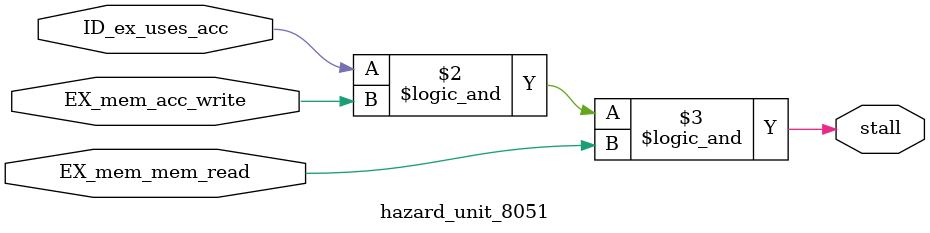
<source format=v>
module hazard_unit_8051(
  input        ID_ex_uses_acc,
  input        EX_mem_acc_write,
  input        EX_mem_mem_read,
  output reg   stall
);
  always @(*) begin
    // Stall only for load-use hazard (when previous instruction is a load)
    stall = (ID_ex_uses_acc && EX_mem_acc_write && EX_mem_mem_read);
  end
endmodule 
</source>
